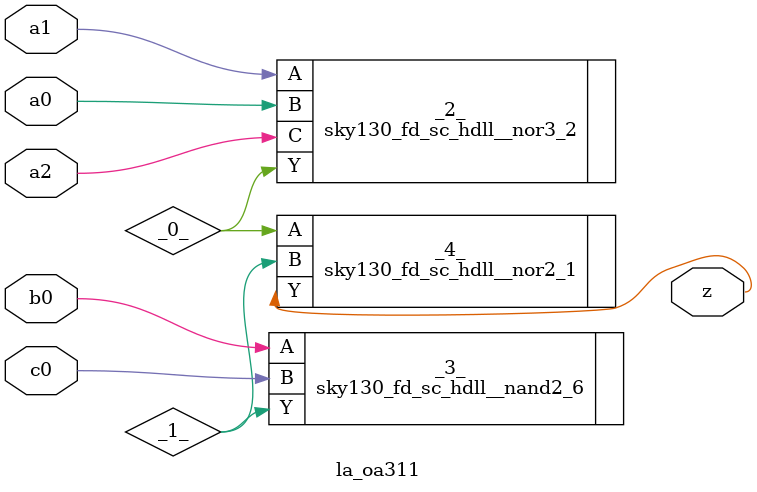
<source format=v>

/* Generated by Yosys 0.38+92 (git sha1 84116c9a3, x86_64-conda-linux-gnu-cc 11.2.0 -fvisibility-inlines-hidden -fmessage-length=0 -march=nocona -mtune=haswell -ftree-vectorize -fPIC -fstack-protector-strong -fno-plt -O2 -ffunction-sections -fdebug-prefix-map=/root/conda-eda/conda-eda/workdir/conda-env/conda-bld/yosys_1708682838165/work=/usr/local/src/conda/yosys-0.38_93_g84116c9a3 -fdebug-prefix-map=/user/projekt_pia/miniconda3/envs/sc=/usr/local/src/conda-prefix -fPIC -Os -fno-merge-constants) */

module la_oa311(a0, a1, a2, b0, c0, z);
  wire _0_;
  wire _1_;
  input a0;
  wire a0;
  input a1;
  wire a1;
  input a2;
  wire a2;
  input b0;
  wire b0;
  input c0;
  wire c0;
  output z;
  wire z;
  sky130_fd_sc_hdll__nor3_2 _2_ (
    .A(a1),
    .B(a0),
    .C(a2),
    .Y(_0_)
  );
  sky130_fd_sc_hdll__nand2_6 _3_ (
    .A(b0),
    .B(c0),
    .Y(_1_)
  );
  sky130_fd_sc_hdll__nor2_1 _4_ (
    .A(_0_),
    .B(_1_),
    .Y(z)
  );
endmodule

</source>
